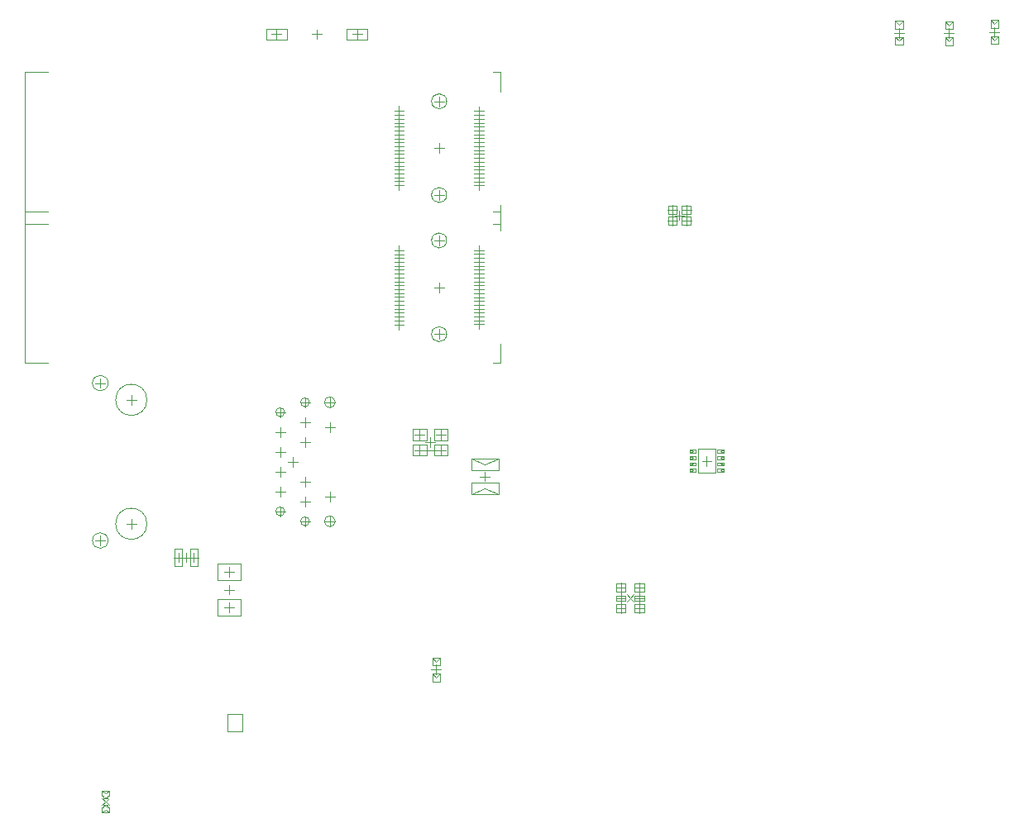
<source format=gbr>
%TF.GenerationSoftware,KiCad,Pcbnew,9.0.1*%
%TF.CreationDate,2025-05-15T18:24:47+02:00*%
%TF.ProjectId,Marble_Tiny,4d617262-6c65-45f5-9469-6e792e6b6963,rev?*%
%TF.SameCoordinates,Original*%
%TF.FileFunction,Other,Comment*%
%FSLAX46Y46*%
G04 Gerber Fmt 4.6, Leading zero omitted, Abs format (unit mm)*
G04 Created by KiCad (PCBNEW 9.0.1) date 2025-05-15 18:24:47*
%MOMM*%
%LPD*%
G01*
G04 APERTURE LIST*
%ADD10C,0.100000*%
%ADD11C,0.001000*%
%ADD12C,0.050000*%
G04 APERTURE END LIST*
D10*
%TO.C,Y6*%
X168800000Y-75400000D02*
X169300000Y-75400000D01*
X168800000Y-76500000D02*
X169300000Y-76500000D01*
X168850000Y-75000000D02*
X168850000Y-75800000D01*
X168850000Y-75000000D02*
X169750000Y-75000000D01*
X168850000Y-75800000D02*
X169750000Y-75800000D01*
X168850000Y-76100000D02*
X168850000Y-76900000D01*
X168850000Y-76100000D02*
X169750000Y-76100000D01*
X168850000Y-76900000D02*
X169750000Y-76900000D01*
X169300000Y-74900000D02*
X169300000Y-75400000D01*
X169300000Y-75400000D02*
X169300000Y-75900000D01*
X169300000Y-75400000D02*
X169800000Y-75400000D01*
X169300000Y-76000000D02*
X169300000Y-76500000D01*
X169300000Y-76500000D02*
X169300000Y-77000000D01*
X169300000Y-76500000D02*
X169800000Y-76500000D01*
X169500000Y-75950000D02*
X170000000Y-75950000D01*
X169750000Y-75000000D02*
X169750000Y-75800000D01*
X169750000Y-76100000D02*
X169750000Y-76900000D01*
X170000000Y-75450000D02*
X170000000Y-75950000D01*
X170000000Y-75950000D02*
X170000000Y-76450000D01*
X170000000Y-75950000D02*
X170500000Y-75950000D01*
X170200000Y-75400000D02*
X170700000Y-75400000D01*
X170200000Y-76500000D02*
X170700000Y-76500000D01*
X170250000Y-75000000D02*
X170250000Y-75800000D01*
X170250000Y-75000000D02*
X171150000Y-75000000D01*
X170250000Y-75800000D02*
X171150000Y-75800000D01*
X170250000Y-76100000D02*
X170250000Y-76900000D01*
X170250000Y-76100000D02*
X171150000Y-76100000D01*
X170250000Y-76900000D02*
X171150000Y-76900000D01*
X170700000Y-74900000D02*
X170700000Y-75400000D01*
X170700000Y-75400000D02*
X170700000Y-75900000D01*
X170700000Y-75400000D02*
X171200000Y-75400000D01*
X170700000Y-76000000D02*
X170700000Y-76500000D01*
X170700000Y-76500000D02*
X170700000Y-77000000D01*
X170700000Y-76500000D02*
X171200000Y-76500000D01*
X171150000Y-75000000D02*
X171150000Y-75800000D01*
X171150000Y-76100000D02*
X171150000Y-76900000D01*
%TO.C,LD1*%
X110850000Y-134900000D02*
X110850000Y-135400000D01*
X110850000Y-134900000D02*
X111250000Y-135150000D01*
X110850000Y-134900000D02*
X111650000Y-134900000D01*
X110850000Y-135400000D02*
X111075000Y-135400000D01*
X110850000Y-136650000D02*
X110850000Y-137150000D01*
X110850000Y-136650000D02*
X111075000Y-136650000D01*
X110850000Y-137150000D02*
X111650000Y-137150000D01*
X110896000Y-135671000D02*
X111250000Y-136025000D01*
X111075000Y-135400000D02*
X111075000Y-135700000D01*
X111075000Y-135700000D02*
X111425000Y-135700000D01*
X111075000Y-136350000D02*
X111075000Y-136650000D01*
X111075000Y-136350000D02*
X111250000Y-136500000D01*
X111075000Y-136350000D02*
X111425000Y-136350000D01*
X111250000Y-135550000D02*
X111075000Y-135700000D01*
X111250000Y-135550000D02*
X111425000Y-135700000D01*
X111250000Y-136025000D02*
X110896000Y-136379000D01*
X111250000Y-136025000D02*
X111604000Y-136379000D01*
X111250000Y-136900000D02*
X110850000Y-137150000D01*
X111250000Y-136900000D02*
X111650000Y-137150000D01*
X111425000Y-135400000D02*
X111425000Y-135700000D01*
X111425000Y-135400000D02*
X111650000Y-135400000D01*
X111425000Y-136350000D02*
X111250000Y-136500000D01*
X111425000Y-136350000D02*
X111425000Y-136650000D01*
X111425000Y-136650000D02*
X111650000Y-136650000D01*
X111604000Y-135671000D02*
X111250000Y-136025000D01*
X111650000Y-134900000D02*
X111250000Y-135150000D01*
X111650000Y-134900000D02*
X111650000Y-135400000D01*
X111650000Y-136650000D02*
X111650000Y-137150000D01*
D11*
%TO.C,D2*%
X123775000Y-128800000D02*
X123775000Y-127000000D01*
X125225000Y-127000000D02*
X123775000Y-127000000D01*
X125225000Y-128800000D02*
X123775000Y-128800000D01*
X125225000Y-128800000D02*
X125225000Y-127000000D01*
D10*
%TO.C,J1*%
X103000000Y-75551000D02*
X105400000Y-75551000D01*
X103000000Y-91099000D02*
X103000000Y-75551000D01*
X103000000Y-91099000D02*
X105400000Y-91099000D01*
X140800000Y-79930000D02*
X141300000Y-79930000D01*
X140800000Y-80730000D02*
X141300000Y-80730000D01*
X140800000Y-81530000D02*
X141300000Y-81530000D01*
X140800000Y-82330000D02*
X141300000Y-82330000D01*
X140800000Y-83130000D02*
X141300000Y-83130000D01*
X140800000Y-83930000D02*
X141300000Y-83930000D01*
X140800000Y-84730000D02*
X141300000Y-84730000D01*
X140800000Y-85530000D02*
X141300000Y-85530000D01*
X140800000Y-86330000D02*
X141300000Y-86330000D01*
X140800000Y-87130000D02*
X141300000Y-87130000D01*
X141300000Y-79930000D02*
X141800000Y-79930000D01*
X141300000Y-80730000D02*
X141800000Y-80730000D01*
X141300000Y-81530000D02*
X141800000Y-81530000D01*
X141300000Y-82330000D02*
X141800000Y-82330000D01*
X141300000Y-83130000D02*
X141800000Y-83130000D01*
X141300000Y-83930000D02*
X141800000Y-83930000D01*
X141300000Y-84730000D02*
X141800000Y-84730000D01*
X141300000Y-85530000D02*
X141800000Y-85530000D01*
X141300000Y-86330000D02*
X141800000Y-86330000D01*
X141300000Y-87130000D02*
X141800000Y-87130000D01*
X141300000Y-87630000D02*
X141300000Y-79430000D01*
X144900000Y-78530000D02*
X145400000Y-78530000D01*
X144900000Y-83325000D02*
X145400000Y-83325000D01*
X144900000Y-88130000D02*
X145400000Y-88130000D01*
X145400000Y-78530000D02*
X145400000Y-78030000D01*
X145400000Y-78530000D02*
X145900000Y-78530000D01*
X145400000Y-79030000D02*
X145400000Y-78530000D01*
X145400000Y-83325000D02*
X145400000Y-82825000D01*
X145400000Y-83325000D02*
X145900000Y-83325000D01*
X145400000Y-83825000D02*
X145400000Y-83325000D01*
X145400000Y-88130000D02*
X145400000Y-87630000D01*
X145400000Y-88130000D02*
X145900000Y-88130000D01*
X145400000Y-88630000D02*
X145400000Y-88130000D01*
X149000000Y-79530000D02*
X149500000Y-79530000D01*
X149000000Y-80330000D02*
X149500000Y-80330000D01*
X149000000Y-81130000D02*
X149500000Y-81130000D01*
X149000000Y-81930000D02*
X149500000Y-81930000D01*
X149000000Y-82730000D02*
X149500000Y-82730000D01*
X149000000Y-83530000D02*
X149500000Y-83530000D01*
X149000000Y-84330000D02*
X149500000Y-84330000D01*
X149000000Y-85130000D02*
X149500000Y-85130000D01*
X149000000Y-85930000D02*
X149500000Y-85930000D01*
X149000000Y-86730000D02*
X149500000Y-86730000D01*
X149500000Y-79530000D02*
X150000000Y-79530000D01*
X149500000Y-80330000D02*
X150000000Y-80330000D01*
X149500000Y-81130000D02*
X150000000Y-81130000D01*
X149500000Y-81930000D02*
X150000000Y-81930000D01*
X149500000Y-82730000D02*
X150000000Y-82730000D01*
X149500000Y-83530000D02*
X150000000Y-83530000D01*
X149500000Y-84330000D02*
X150000000Y-84330000D01*
X149500000Y-85130000D02*
X150000000Y-85130000D01*
X149500000Y-85930000D02*
X150000000Y-85930000D01*
X149500000Y-86730000D02*
X150000000Y-86730000D01*
X149500000Y-87230000D02*
X149500000Y-79030000D01*
X150900000Y-75551000D02*
X151700000Y-75551000D01*
X150900000Y-91099000D02*
X151700000Y-91099000D01*
X151700000Y-77548000D02*
X151700000Y-75551000D01*
X151700000Y-91099000D02*
X151700000Y-89102000D01*
X146175000Y-78530000D02*
G75*
G02*
X144625000Y-78530000I-775000J0D01*
G01*
X144625000Y-78530000D02*
G75*
G02*
X146175000Y-78530000I775000J0D01*
G01*
X146175000Y-88130000D02*
G75*
G02*
X144625000Y-88130000I-775000J0D01*
G01*
X144625000Y-88130000D02*
G75*
G02*
X146175000Y-88130000I775000J0D01*
G01*
%TO.C,LD2*%
X144700000Y-122075000D02*
X144700000Y-121275000D01*
X144700000Y-123725000D02*
X144700000Y-122925000D01*
X145100000Y-121675000D02*
X144700000Y-121275000D01*
X145100000Y-121675000D02*
X145500000Y-121275000D01*
X145100000Y-122500000D02*
X144600000Y-122500000D01*
X145100000Y-122500000D02*
X145100000Y-122000000D01*
X145100000Y-122925000D02*
X145100000Y-122075000D01*
X145100000Y-123000000D02*
X145100000Y-122500000D01*
X145100000Y-123325000D02*
X144700000Y-122925000D01*
X145100000Y-123325000D02*
X145500000Y-122925000D01*
X145500000Y-121275000D02*
X144700000Y-121275000D01*
X145500000Y-122075000D02*
X144700000Y-122075000D01*
X145500000Y-122075000D02*
X145500000Y-121275000D01*
X145500000Y-122925000D02*
X144700000Y-122925000D01*
X145500000Y-123725000D02*
X144700000Y-123725000D01*
X145500000Y-123725000D02*
X145500000Y-122925000D01*
X145600000Y-122500000D02*
X145100000Y-122500000D01*
%TO.C,L14*%
X118200000Y-111000000D02*
X118700000Y-111000000D01*
X118300000Y-110100000D02*
X119100000Y-110100000D01*
X118300000Y-111900000D02*
X118300000Y-110100000D01*
X118300000Y-111900000D02*
X119100000Y-111900000D01*
X118700000Y-111000000D02*
X118700000Y-110500000D01*
X118700000Y-111000000D02*
X119200000Y-111000000D01*
X118700000Y-111500000D02*
X118700000Y-111000000D01*
X119000000Y-111000000D02*
X119500000Y-111000000D01*
X119100000Y-111900000D02*
X119100000Y-110100000D01*
X119500000Y-111000000D02*
X119500000Y-110500000D01*
X119500000Y-111000000D02*
X120000000Y-111000000D01*
X119500000Y-111500000D02*
X119500000Y-111000000D01*
X119800000Y-111000000D02*
X120300000Y-111000000D01*
X119900000Y-110100000D02*
X120700000Y-110100000D01*
X119900000Y-111900000D02*
X119900000Y-110100000D01*
X119900000Y-111900000D02*
X120700000Y-111900000D01*
X120300000Y-111000000D02*
X120300000Y-110500000D01*
X120300000Y-111000000D02*
X120800000Y-111000000D01*
X120300000Y-111500000D02*
X120300000Y-111000000D01*
X120700000Y-111900000D02*
X120700000Y-110100000D01*
%TO.C,LD3*%
X197200000Y-56875000D02*
X197200000Y-56075000D01*
X197200000Y-58525000D02*
X197200000Y-57725000D01*
X197600000Y-56475000D02*
X197200000Y-56075000D01*
X197600000Y-56475000D02*
X198000000Y-56075000D01*
X197600000Y-57300000D02*
X197100000Y-57300000D01*
X197600000Y-57300000D02*
X197600000Y-56800000D01*
X197600000Y-57725000D02*
X197600000Y-56875000D01*
X197600000Y-57800000D02*
X197600000Y-57300000D01*
X197600000Y-58125000D02*
X197200000Y-57725000D01*
X197600000Y-58125000D02*
X198000000Y-57725000D01*
X198000000Y-56075000D02*
X197200000Y-56075000D01*
X198000000Y-56875000D02*
X197200000Y-56875000D01*
X198000000Y-56875000D02*
X198000000Y-56075000D01*
X198000000Y-57725000D02*
X197200000Y-57725000D01*
X198000000Y-58525000D02*
X197200000Y-58525000D01*
X198000000Y-58525000D02*
X198000000Y-57725000D01*
X198100000Y-57300000D02*
X197600000Y-57300000D01*
%TO.C,SW1*%
X127675000Y-56850000D02*
X129825000Y-56850000D01*
X127675000Y-57950000D02*
X127675000Y-56850000D01*
X127675000Y-57950000D02*
X129825000Y-57950000D01*
X128250000Y-57400000D02*
X128750000Y-57400000D01*
X128750000Y-56900000D02*
X128750000Y-57400000D01*
X128750000Y-57400000D02*
X129250000Y-57400000D01*
X128750000Y-57900000D02*
X128750000Y-57400000D01*
X129825000Y-57950000D02*
X129825000Y-56850000D01*
X132375000Y-57400000D02*
X132875000Y-57400000D01*
X132875000Y-57400000D02*
X132875000Y-56900000D01*
X132875000Y-57400000D02*
X133375000Y-57400000D01*
X132875000Y-57900000D02*
X132875000Y-57400000D01*
X135925000Y-56850000D02*
X138075000Y-56850000D01*
X135925000Y-57950000D02*
X135925000Y-56850000D01*
X135925000Y-57950000D02*
X138075000Y-57950000D01*
X136500000Y-57400000D02*
X137000000Y-57400000D01*
X137000000Y-57400000D02*
X137000000Y-56900000D01*
X137000000Y-57400000D02*
X137000000Y-57900000D01*
X137000000Y-57400000D02*
X137500000Y-57400000D01*
X138075000Y-57950000D02*
X138075000Y-56850000D01*
%TO.C,J3*%
X110715000Y-93135000D02*
X110215000Y-93135000D01*
X110715000Y-93135000D02*
X110715000Y-92635000D01*
X110715000Y-93635000D02*
X110715000Y-93135000D01*
X110715000Y-109265000D02*
X110215000Y-109265000D01*
X110715000Y-109265000D02*
X110715000Y-108765000D01*
X110715000Y-109765000D02*
X110715000Y-109265000D01*
X111215000Y-93135000D02*
X110715000Y-93135000D01*
X111215000Y-109265000D02*
X110715000Y-109265000D01*
X113890000Y-94850000D02*
X113390000Y-94850000D01*
X113890000Y-94850000D02*
X113890000Y-94350000D01*
X113890000Y-95350000D02*
X113890000Y-94850000D01*
X113890000Y-107550000D02*
X113390000Y-107550000D01*
X113890000Y-107550000D02*
X113890000Y-107050000D01*
X113890000Y-108050000D02*
X113890000Y-107550000D01*
X114390000Y-94850000D02*
X113890000Y-94850000D01*
X114390000Y-107550000D02*
X113890000Y-107550000D01*
X129130000Y-96120000D02*
X128630000Y-96120000D01*
X129130000Y-96120000D02*
X129130000Y-95620000D01*
X129130000Y-96620000D02*
X129130000Y-96120000D01*
X129130000Y-98152000D02*
X128630000Y-98152000D01*
X129130000Y-98152000D02*
X129130000Y-97652000D01*
X129130000Y-98652000D02*
X129130000Y-98152000D01*
X129130000Y-100184000D02*
X128630000Y-100184000D01*
X129130000Y-100184000D02*
X129130000Y-99684000D01*
X129130000Y-100684000D02*
X129130000Y-100184000D01*
X129130000Y-102216000D02*
X128630000Y-102216000D01*
X129130000Y-102216000D02*
X129130000Y-101716000D01*
X129130000Y-102716000D02*
X129130000Y-102216000D01*
X129130000Y-104248000D02*
X128630000Y-104248000D01*
X129130000Y-104248000D02*
X129130000Y-103748000D01*
X129130000Y-104748000D02*
X129130000Y-104248000D01*
X129130000Y-106280000D02*
X128630000Y-106280000D01*
X129130000Y-106280000D02*
X129130000Y-105780000D01*
X129130000Y-106780000D02*
X129130000Y-106280000D01*
X129630000Y-96120000D02*
X129130000Y-96120000D01*
X129630000Y-98152000D02*
X129130000Y-98152000D01*
X129630000Y-100184000D02*
X129130000Y-100184000D01*
X129630000Y-102216000D02*
X129130000Y-102216000D01*
X129630000Y-104248000D02*
X129130000Y-104248000D01*
X129630000Y-106280000D02*
X129130000Y-106280000D01*
X130400000Y-101200000D02*
X129900000Y-101200000D01*
X130400000Y-101200000D02*
X130400000Y-100700000D01*
X130400000Y-101700000D02*
X130400000Y-101200000D01*
X130900000Y-101200000D02*
X130400000Y-101200000D01*
X131670000Y-95104000D02*
X131170000Y-95104000D01*
X131670000Y-95104000D02*
X131670000Y-94604000D01*
X131670000Y-95604000D02*
X131670000Y-95104000D01*
X131670000Y-97136000D02*
X131170000Y-97136000D01*
X131670000Y-97136000D02*
X131670000Y-96636000D01*
X131670000Y-97636000D02*
X131670000Y-97136000D01*
X131670000Y-99168000D02*
X131170000Y-99168000D01*
X131670000Y-99168000D02*
X131670000Y-98668000D01*
X131670000Y-99668000D02*
X131670000Y-99168000D01*
X131670000Y-103232000D02*
X131170000Y-103232000D01*
X131670000Y-103232000D02*
X131670000Y-102732000D01*
X131670000Y-103732000D02*
X131670000Y-103232000D01*
X131670000Y-105264000D02*
X131170000Y-105264000D01*
X131670000Y-105264000D02*
X131670000Y-104764000D01*
X131670000Y-105764000D02*
X131670000Y-105264000D01*
X131670000Y-107296000D02*
X131170000Y-107296000D01*
X131670000Y-107296000D02*
X131670000Y-106796000D01*
X131670000Y-107796000D02*
X131670000Y-107296000D01*
X132170000Y-95104000D02*
X131670000Y-95104000D01*
X132170000Y-97136000D02*
X131670000Y-97136000D01*
X132170000Y-99168000D02*
X131670000Y-99168000D01*
X132170000Y-103232000D02*
X131670000Y-103232000D01*
X132170000Y-105264000D02*
X131670000Y-105264000D01*
X132170000Y-107296000D02*
X131670000Y-107296000D01*
X134210000Y-95104000D02*
X133710000Y-95104000D01*
X134210000Y-95104000D02*
X134210000Y-94604000D01*
X134210000Y-95604000D02*
X134210000Y-95104000D01*
X134210000Y-97644000D02*
X133710000Y-97644000D01*
X134210000Y-97644000D02*
X134210000Y-97144000D01*
X134210000Y-98144000D02*
X134210000Y-97644000D01*
X134210000Y-104756000D02*
X133710000Y-104756000D01*
X134210000Y-104756000D02*
X134210000Y-104256000D01*
X134210000Y-105256000D02*
X134210000Y-104756000D01*
X134210000Y-107296000D02*
X133710000Y-107296000D01*
X134210000Y-107296000D02*
X134210000Y-106796000D01*
X134210000Y-107796000D02*
X134210000Y-107296000D01*
X134710000Y-95104000D02*
X134210000Y-95104000D01*
X134710000Y-97644000D02*
X134210000Y-97644000D01*
X134710000Y-104756000D02*
X134210000Y-104756000D01*
X134710000Y-107296000D02*
X134210000Y-107296000D01*
X111515000Y-93135000D02*
G75*
G02*
X109915000Y-93135000I-800000J0D01*
G01*
X109915000Y-93135000D02*
G75*
G02*
X111515000Y-93135000I800000J0D01*
G01*
X111515000Y-109265000D02*
G75*
G02*
X109915000Y-109265000I-800000J0D01*
G01*
X109915000Y-109265000D02*
G75*
G02*
X111515000Y-109265000I800000J0D01*
G01*
X115490000Y-94850000D02*
G75*
G02*
X112290000Y-94850000I-1600000J0D01*
G01*
X112290000Y-94850000D02*
G75*
G02*
X115490000Y-94850000I1600000J0D01*
G01*
X115490000Y-107550000D02*
G75*
G02*
X112290000Y-107550000I-1600000J0D01*
G01*
X112290000Y-107550000D02*
G75*
G02*
X115490000Y-107550000I1600000J0D01*
G01*
X129580000Y-96120000D02*
G75*
G02*
X128680000Y-96120000I-450000J0D01*
G01*
X128680000Y-96120000D02*
G75*
G02*
X129580000Y-96120000I450000J0D01*
G01*
X129580000Y-106280000D02*
G75*
G02*
X128680000Y-106280000I-450000J0D01*
G01*
X128680000Y-106280000D02*
G75*
G02*
X129580000Y-106280000I450000J0D01*
G01*
X132120000Y-95104000D02*
G75*
G02*
X131220000Y-95104000I-450000J0D01*
G01*
X131220000Y-95104000D02*
G75*
G02*
X132120000Y-95104000I450000J0D01*
G01*
X132120000Y-107296000D02*
G75*
G02*
X131220000Y-107296000I-450000J0D01*
G01*
X131220000Y-107296000D02*
G75*
G02*
X132120000Y-107296000I450000J0D01*
G01*
X134760000Y-95104000D02*
G75*
G02*
X133660000Y-95104000I-550000J0D01*
G01*
X133660000Y-95104000D02*
G75*
G02*
X134760000Y-95104000I550000J0D01*
G01*
X134760000Y-107296000D02*
G75*
G02*
X133660000Y-107296000I-550000J0D01*
G01*
X133660000Y-107296000D02*
G75*
G02*
X134760000Y-107296000I550000J0D01*
G01*
D12*
%TO.C,U23*%
X171100000Y-99975000D02*
X171100000Y-100275000D01*
X171100000Y-100625000D02*
X171100000Y-100925000D01*
X171100000Y-101275000D02*
X171100000Y-101575000D01*
X171100000Y-101925000D02*
X171100000Y-102225000D01*
X171400000Y-100125000D02*
X171100000Y-99975000D01*
X171400000Y-100125000D02*
X171100000Y-100275000D01*
X171400000Y-100775000D02*
X171100000Y-100625000D01*
X171400000Y-100775000D02*
X171100000Y-100925000D01*
X171400000Y-101425000D02*
X171100000Y-101275000D01*
X171400000Y-101425000D02*
X171100000Y-101575000D01*
X171400000Y-102075000D02*
X171100000Y-101925000D01*
X171400000Y-102075000D02*
X171100000Y-102225000D01*
X171700000Y-99975000D02*
X171100000Y-99975000D01*
X171700000Y-99975000D02*
X171700000Y-100275000D01*
X171700000Y-100275000D02*
X171100000Y-100275000D01*
X171700000Y-100625000D02*
X171100000Y-100625000D01*
X171700000Y-100625000D02*
X171700000Y-100925000D01*
X171700000Y-100925000D02*
X171100000Y-100925000D01*
X171700000Y-101275000D02*
X171100000Y-101275000D01*
X171700000Y-101275000D02*
X171700000Y-101575000D01*
X171700000Y-101575000D02*
X171100000Y-101575000D01*
X171700000Y-101925000D02*
X171100000Y-101925000D01*
X171700000Y-101925000D02*
X171700000Y-102225000D01*
X171700000Y-102225000D02*
X171100000Y-102225000D01*
X171950000Y-99875000D02*
X171950000Y-102325000D01*
X172800000Y-100600000D02*
X172800000Y-101100000D01*
X172800000Y-101100000D02*
X172300000Y-101100000D01*
X172800000Y-101100000D02*
X172800000Y-101600000D01*
X173300000Y-101100000D02*
X172800000Y-101100000D01*
X173650000Y-99875000D02*
X171950000Y-99875000D01*
X173650000Y-99875000D02*
X173650000Y-102325000D01*
X173650000Y-102325000D02*
X171950000Y-102325000D01*
X173900000Y-99975000D02*
X173900000Y-100275000D01*
X173900000Y-100625000D02*
X173900000Y-100925000D01*
X173900000Y-101275000D02*
X173900000Y-101575000D01*
X173900000Y-101925000D02*
X173900000Y-102225000D01*
X174500000Y-99975000D02*
X173900000Y-99975000D01*
X174500000Y-99975000D02*
X174200000Y-100125000D01*
X174500000Y-99975000D02*
X174500000Y-100275000D01*
X174500000Y-100275000D02*
X173900000Y-100275000D01*
X174500000Y-100275000D02*
X174200000Y-100125000D01*
X174500000Y-100625000D02*
X173900000Y-100625000D01*
X174500000Y-100625000D02*
X174200000Y-100775000D01*
X174500000Y-100625000D02*
X174500000Y-100925000D01*
X174500000Y-100925000D02*
X173900000Y-100925000D01*
X174500000Y-100925000D02*
X174200000Y-100775000D01*
X174500000Y-101275000D02*
X173900000Y-101275000D01*
X174500000Y-101275000D02*
X174200000Y-101425000D01*
X174500000Y-101275000D02*
X174500000Y-101575000D01*
X174500000Y-101575000D02*
X173900000Y-101575000D01*
X174500000Y-101575000D02*
X174200000Y-101425000D01*
X174500000Y-101925000D02*
X173900000Y-101925000D01*
X174500000Y-101925000D02*
X174200000Y-102075000D01*
X174500000Y-101925000D02*
X174500000Y-102225000D01*
X174500000Y-102225000D02*
X173900000Y-102225000D01*
X174500000Y-102225000D02*
X174200000Y-102075000D01*
D10*
%TO.C,Y4*%
X142700000Y-97825000D02*
X142700000Y-98975000D01*
X142700000Y-97825000D02*
X144100000Y-97825000D01*
X142700000Y-98975000D02*
X144100000Y-98975000D01*
X142700000Y-99425000D02*
X142700000Y-100575000D01*
X142700000Y-99425000D02*
X144100000Y-99425000D01*
X142700000Y-100575000D02*
X144100000Y-100575000D01*
X142900000Y-98400000D02*
X143400000Y-98400000D01*
X142900000Y-100000000D02*
X143400000Y-100000000D01*
X143400000Y-97900000D02*
X143400000Y-98400000D01*
X143400000Y-98400000D02*
X143400000Y-98900000D01*
X143400000Y-98400000D02*
X143900000Y-98400000D01*
X143400000Y-99500000D02*
X143400000Y-100000000D01*
X143400000Y-100000000D02*
X143400000Y-100500000D01*
X143400000Y-100000000D02*
X143900000Y-100000000D01*
X143400000Y-100000000D02*
X145600000Y-100000000D01*
X144000000Y-99200000D02*
X144500000Y-99200000D01*
X144100000Y-97825000D02*
X144100000Y-98975000D01*
X144100000Y-99425000D02*
X144100000Y-100575000D01*
X144500000Y-98700000D02*
X144500000Y-99200000D01*
X144500000Y-99200000D02*
X144500000Y-99700000D01*
X144500000Y-99200000D02*
X145000000Y-99200000D01*
X144900000Y-97825000D02*
X144900000Y-98975000D01*
X144900000Y-97825000D02*
X146300000Y-97825000D01*
X144900000Y-98975000D02*
X146300000Y-98975000D01*
X144900000Y-99425000D02*
X144900000Y-100575000D01*
X144900000Y-99425000D02*
X146300000Y-99425000D01*
X144900000Y-100575000D02*
X146300000Y-100575000D01*
X145100000Y-98400000D02*
X145600000Y-98400000D01*
X145100000Y-100000000D02*
X145600000Y-100000000D01*
X145430000Y-98450000D02*
X145930000Y-98450000D01*
X145600000Y-97900000D02*
X145600000Y-98400000D01*
X145600000Y-98400000D02*
X145600000Y-98900000D01*
X145600000Y-98400000D02*
X146100000Y-98400000D01*
X145600000Y-99500000D02*
X145600000Y-100000000D01*
X145600000Y-100000000D02*
X145600000Y-100500000D01*
X145600000Y-100000000D02*
X146100000Y-100000000D01*
X146300000Y-97825000D02*
X146300000Y-98975000D01*
X146300000Y-99425000D02*
X146300000Y-100575000D01*
D12*
%TO.C,L1*%
X148700000Y-102100000D02*
X148700000Y-100850000D01*
X148700000Y-104550000D02*
X148700000Y-103300000D01*
X148700000Y-104550000D02*
X150100000Y-103925000D01*
X150100000Y-101475000D02*
X148700000Y-100850000D01*
X150100000Y-101475000D02*
X151500000Y-100850000D01*
X150100000Y-102700000D02*
X149600000Y-102700000D01*
X150100000Y-102700000D02*
X150100000Y-102200000D01*
X150100000Y-103200000D02*
X150100000Y-102700000D01*
X150600000Y-102700000D02*
X150100000Y-102700000D01*
X151500000Y-100850000D02*
X148700000Y-100850000D01*
X151500000Y-102100000D02*
X148700000Y-102100000D01*
X151500000Y-102100000D02*
X151500000Y-100850000D01*
X151500000Y-103300000D02*
X148700000Y-103300000D01*
X151500000Y-104550000D02*
X148700000Y-104550000D01*
X151500000Y-104550000D02*
X150100000Y-103925000D01*
X151500000Y-104550000D02*
X151500000Y-103300000D01*
D10*
%TO.C,LD5*%
X192100000Y-56825000D02*
X192100000Y-56025000D01*
X192100000Y-58475000D02*
X192100000Y-57675000D01*
X192500000Y-56425000D02*
X192100000Y-56025000D01*
X192500000Y-56425000D02*
X192900000Y-56025000D01*
X192500000Y-57250000D02*
X192000000Y-57250000D01*
X192500000Y-57250000D02*
X192500000Y-56750000D01*
X192500000Y-57675000D02*
X192500000Y-56825000D01*
X192500000Y-57750000D02*
X192500000Y-57250000D01*
X192500000Y-58075000D02*
X192100000Y-57675000D01*
X192500000Y-58075000D02*
X192900000Y-57675000D01*
X192900000Y-56025000D02*
X192100000Y-56025000D01*
X192900000Y-56825000D02*
X192100000Y-56825000D01*
X192900000Y-56825000D02*
X192900000Y-56025000D01*
X192900000Y-57675000D02*
X192100000Y-57675000D01*
X192900000Y-58475000D02*
X192100000Y-58475000D01*
X192900000Y-58475000D02*
X192900000Y-57675000D01*
X193000000Y-57250000D02*
X192500000Y-57250000D01*
%TO.C,LD4*%
X201850000Y-56760000D02*
X201850000Y-55960000D01*
X201850000Y-58410000D02*
X201850000Y-57610000D01*
X202250000Y-56360000D02*
X201850000Y-55960000D01*
X202250000Y-56360000D02*
X202650000Y-55960000D01*
X202250000Y-57185000D02*
X201750000Y-57185000D01*
X202250000Y-57185000D02*
X202250000Y-56685000D01*
X202250000Y-57610000D02*
X202250000Y-56760000D01*
X202250000Y-57685000D02*
X202250000Y-57185000D01*
X202250000Y-58010000D02*
X201850000Y-57610000D01*
X202250000Y-58010000D02*
X202650000Y-57610000D01*
X202650000Y-55960000D02*
X201850000Y-55960000D01*
X202650000Y-56760000D02*
X201850000Y-56760000D01*
X202650000Y-56760000D02*
X202650000Y-55960000D01*
X202650000Y-57610000D02*
X201850000Y-57610000D01*
X202650000Y-58410000D02*
X201850000Y-58410000D01*
X202650000Y-58410000D02*
X202650000Y-57610000D01*
X202750000Y-57185000D02*
X202250000Y-57185000D01*
%TO.C,J12*%
X140800000Y-65675000D02*
X141300000Y-65675000D01*
X140800000Y-66475000D02*
X141300000Y-66475000D01*
X140800000Y-67275000D02*
X141300000Y-67275000D01*
X140800000Y-68075000D02*
X141300000Y-68075000D01*
X140800000Y-68875000D02*
X141300000Y-68875000D01*
X140800000Y-69675000D02*
X141300000Y-69675000D01*
X140800000Y-70475000D02*
X141300000Y-70475000D01*
X140800000Y-71275000D02*
X141300000Y-71275000D01*
X140800000Y-72075000D02*
X141300000Y-72075000D01*
X140800000Y-72875000D02*
X141300000Y-72875000D01*
X141300000Y-65675000D02*
X141800000Y-65675000D01*
X141300000Y-66475000D02*
X141800000Y-66475000D01*
X141300000Y-67275000D02*
X141800000Y-67275000D01*
X141300000Y-68075000D02*
X141800000Y-68075000D01*
X141300000Y-68875000D02*
X141800000Y-68875000D01*
X141300000Y-69675000D02*
X141800000Y-69675000D01*
X141300000Y-70475000D02*
X141800000Y-70475000D01*
X141300000Y-71275000D02*
X141800000Y-71275000D01*
X141300000Y-72075000D02*
X141800000Y-72075000D01*
X141300000Y-72875000D02*
X141800000Y-72875000D01*
X141300000Y-73375000D02*
X141300000Y-65175000D01*
X144900000Y-64275000D02*
X145400000Y-64275000D01*
X144900000Y-69070000D02*
X145400000Y-69070000D01*
X144900000Y-73875000D02*
X145400000Y-73875000D01*
X145400000Y-64275000D02*
X145400000Y-63775000D01*
X145400000Y-64275000D02*
X145900000Y-64275000D01*
X145400000Y-64775000D02*
X145400000Y-64275000D01*
X145400000Y-69070000D02*
X145400000Y-68570000D01*
X145400000Y-69070000D02*
X145900000Y-69070000D01*
X145400000Y-69570000D02*
X145400000Y-69070000D01*
X145400000Y-73875000D02*
X145400000Y-73375000D01*
X145400000Y-73875000D02*
X145900000Y-73875000D01*
X145400000Y-74375000D02*
X145400000Y-73875000D01*
X149000000Y-65275000D02*
X149500000Y-65275000D01*
X149000000Y-66075000D02*
X149500000Y-66075000D01*
X149000000Y-66875000D02*
X149500000Y-66875000D01*
X149000000Y-67675000D02*
X149500000Y-67675000D01*
X149000000Y-68475000D02*
X149500000Y-68475000D01*
X149000000Y-69275000D02*
X149500000Y-69275000D01*
X149000000Y-70075000D02*
X149500000Y-70075000D01*
X149000000Y-70875000D02*
X149500000Y-70875000D01*
X149000000Y-71675000D02*
X149500000Y-71675000D01*
X149000000Y-72475000D02*
X149500000Y-72475000D01*
X149500000Y-65275000D02*
X150000000Y-65275000D01*
X149500000Y-66075000D02*
X150000000Y-66075000D01*
X149500000Y-66875000D02*
X150000000Y-66875000D01*
X149500000Y-67675000D02*
X150000000Y-67675000D01*
X149500000Y-68475000D02*
X150000000Y-68475000D01*
X149500000Y-69275000D02*
X150000000Y-69275000D01*
X149500000Y-70075000D02*
X150000000Y-70075000D01*
X149500000Y-70875000D02*
X150000000Y-70875000D01*
X149500000Y-71675000D02*
X150000000Y-71675000D01*
X149500000Y-72475000D02*
X150000000Y-72475000D01*
X149500000Y-72975000D02*
X149500000Y-64775000D01*
X146175000Y-64275000D02*
G75*
G02*
X144625000Y-64275000I-775000J0D01*
G01*
X144625000Y-64275000D02*
G75*
G02*
X146175000Y-64275000I775000J0D01*
G01*
X146175000Y-73875000D02*
G75*
G02*
X144625000Y-73875000I-775000J0D01*
G01*
X144625000Y-73875000D02*
G75*
G02*
X146175000Y-73875000I775000J0D01*
G01*
%TO.C,Y5*%
X122700000Y-111600000D02*
X125100000Y-111600000D01*
X122700000Y-113300000D02*
X122700000Y-111600000D01*
X122700000Y-113300000D02*
X125100000Y-113300000D01*
X122700000Y-115300000D02*
X125100000Y-115300000D01*
X122700000Y-117000000D02*
X122700000Y-115300000D01*
X122700000Y-117000000D02*
X125100000Y-117000000D01*
X123400000Y-112450000D02*
X123900000Y-112450000D01*
X123400000Y-114300000D02*
X123900000Y-114300000D01*
X123400000Y-116150000D02*
X123900000Y-116150000D01*
X123900000Y-112450000D02*
X123900000Y-111950000D01*
X123900000Y-112450000D02*
X124400000Y-112450000D01*
X123900000Y-112950000D02*
X123900000Y-112450000D01*
X123900000Y-114300000D02*
X123900000Y-113800000D01*
X123900000Y-114300000D02*
X124400000Y-114300000D01*
X123900000Y-114800000D02*
X123900000Y-114300000D01*
X123900000Y-116150000D02*
X123900000Y-115650000D01*
X123900000Y-116150000D02*
X124400000Y-116150000D01*
X123900000Y-116650000D02*
X123900000Y-116150000D01*
X125100000Y-113300000D02*
X125100000Y-111600000D01*
X125100000Y-117000000D02*
X125100000Y-115300000D01*
%TO.C,J11*%
X103000000Y-61296000D02*
X103000000Y-76844000D01*
X103000000Y-61296000D02*
X105400000Y-61296000D01*
X103000000Y-76844000D02*
X105400000Y-76844000D01*
X140800000Y-65265000D02*
X141300000Y-65265000D01*
X140800000Y-66065000D02*
X141300000Y-66065000D01*
X140800000Y-66865000D02*
X141300000Y-66865000D01*
X140800000Y-67665000D02*
X141300000Y-67665000D01*
X140800000Y-68465000D02*
X141300000Y-68465000D01*
X140800000Y-69265000D02*
X141300000Y-69265000D01*
X140800000Y-70065000D02*
X141300000Y-70065000D01*
X140800000Y-70865000D02*
X141300000Y-70865000D01*
X140800000Y-71665000D02*
X141300000Y-71665000D01*
X140800000Y-72465000D02*
X141300000Y-72465000D01*
X141300000Y-64765000D02*
X141300000Y-72965000D01*
X141300000Y-65265000D02*
X141800000Y-65265000D01*
X141300000Y-66065000D02*
X141800000Y-66065000D01*
X141300000Y-66865000D02*
X141800000Y-66865000D01*
X141300000Y-67665000D02*
X141800000Y-67665000D01*
X141300000Y-68465000D02*
X141800000Y-68465000D01*
X141300000Y-69265000D02*
X141800000Y-69265000D01*
X141300000Y-70065000D02*
X141800000Y-70065000D01*
X141300000Y-70865000D02*
X141800000Y-70865000D01*
X141300000Y-71665000D02*
X141800000Y-71665000D01*
X141300000Y-72465000D02*
X141800000Y-72465000D01*
X144900000Y-64265000D02*
X145400000Y-64265000D01*
X144900000Y-69070000D02*
X145400000Y-69070000D01*
X144900000Y-73865000D02*
X145400000Y-73865000D01*
X145400000Y-63765000D02*
X145400000Y-64265000D01*
X145400000Y-64265000D02*
X145400000Y-64765000D01*
X145400000Y-64265000D02*
X145900000Y-64265000D01*
X145400000Y-68570000D02*
X145400000Y-69070000D01*
X145400000Y-69070000D02*
X145400000Y-69570000D01*
X145400000Y-69070000D02*
X145900000Y-69070000D01*
X145400000Y-73365000D02*
X145400000Y-73865000D01*
X145400000Y-73865000D02*
X145400000Y-74365000D01*
X145400000Y-73865000D02*
X145900000Y-73865000D01*
X149000000Y-65665000D02*
X149500000Y-65665000D01*
X149000000Y-66465000D02*
X149500000Y-66465000D01*
X149000000Y-67265000D02*
X149500000Y-67265000D01*
X149000000Y-68065000D02*
X149500000Y-68065000D01*
X149000000Y-68865000D02*
X149500000Y-68865000D01*
X149000000Y-69665000D02*
X149500000Y-69665000D01*
X149000000Y-70465000D02*
X149500000Y-70465000D01*
X149000000Y-71265000D02*
X149500000Y-71265000D01*
X149000000Y-72065000D02*
X149500000Y-72065000D01*
X149000000Y-72865000D02*
X149500000Y-72865000D01*
X149500000Y-65165000D02*
X149500000Y-73365000D01*
X149500000Y-65665000D02*
X150000000Y-65665000D01*
X149500000Y-66465000D02*
X150000000Y-66465000D01*
X149500000Y-67265000D02*
X150000000Y-67265000D01*
X149500000Y-68065000D02*
X150000000Y-68065000D01*
X149500000Y-68865000D02*
X150000000Y-68865000D01*
X149500000Y-69665000D02*
X150000000Y-69665000D01*
X149500000Y-70465000D02*
X150000000Y-70465000D01*
X149500000Y-71265000D02*
X150000000Y-71265000D01*
X149500000Y-72065000D02*
X150000000Y-72065000D01*
X149500000Y-72865000D02*
X150000000Y-72865000D01*
X150900000Y-61296000D02*
X151700000Y-61296000D01*
X150900000Y-76844000D02*
X151700000Y-76844000D01*
X151700000Y-61296000D02*
X151700000Y-63293000D01*
X151700000Y-74847000D02*
X151700000Y-76844000D01*
X146175000Y-64265000D02*
G75*
G02*
X144625000Y-64265000I-775000J0D01*
G01*
X144625000Y-64265000D02*
G75*
G02*
X146175000Y-64265000I775000J0D01*
G01*
X146175000Y-73865000D02*
G75*
G02*
X144625000Y-73865000I-775000J0D01*
G01*
X144625000Y-73865000D02*
G75*
G02*
X146175000Y-73865000I775000J0D01*
G01*
%TO.C,Y1*%
X163500000Y-114550000D02*
X163500000Y-113650000D01*
X163500000Y-115400000D02*
X163500000Y-114900000D01*
X163500000Y-116650000D02*
X163500000Y-115750000D01*
X164000000Y-114100000D02*
X163500000Y-114100000D01*
X164000000Y-114100000D02*
X164000000Y-113600000D01*
X164000000Y-114600000D02*
X164000000Y-114100000D01*
X164000000Y-115150000D02*
X163500000Y-115150000D01*
X164000000Y-115150000D02*
X164000000Y-114650000D01*
X164000000Y-115650000D02*
X164000000Y-115150000D01*
X164000000Y-116200000D02*
X163500000Y-116200000D01*
X164000000Y-116200000D02*
X164000000Y-115700000D01*
X164000000Y-116700000D02*
X164000000Y-116200000D01*
X164500000Y-113650000D02*
X163500000Y-113650000D01*
X164500000Y-114100000D02*
X164000000Y-114100000D01*
X164500000Y-114550000D02*
X163500000Y-114550000D01*
X164500000Y-114550000D02*
X164500000Y-113650000D01*
X164500000Y-114900000D02*
X163500000Y-114900000D01*
X164500000Y-115150000D02*
X164000000Y-115150000D01*
X164500000Y-115400000D02*
X163500000Y-115400000D01*
X164500000Y-115400000D02*
X164500000Y-114900000D01*
X164500000Y-115750000D02*
X163500000Y-115750000D01*
X164500000Y-116200000D02*
X164000000Y-116200000D01*
X164500000Y-116650000D02*
X163500000Y-116650000D01*
X164500000Y-116650000D02*
X164500000Y-115750000D01*
X164950000Y-115150000D02*
X164596000Y-114796000D01*
X164950000Y-115150000D02*
X164596000Y-115504000D01*
X165304000Y-114796000D02*
X164950000Y-115150000D01*
X165304000Y-115504000D02*
X164950000Y-115150000D01*
X165400000Y-114550000D02*
X165400000Y-113650000D01*
X165400000Y-115400000D02*
X165400000Y-114900000D01*
X165400000Y-116650000D02*
X165400000Y-115750000D01*
X165900000Y-114100000D02*
X165400000Y-114100000D01*
X165900000Y-114100000D02*
X165900000Y-113600000D01*
X165900000Y-114600000D02*
X165900000Y-114100000D01*
X165900000Y-115150000D02*
X165400000Y-115150000D01*
X165900000Y-115150000D02*
X165900000Y-114650000D01*
X165900000Y-115650000D02*
X165900000Y-115150000D01*
X165900000Y-116200000D02*
X165400000Y-116200000D01*
X165900000Y-116200000D02*
X165900000Y-115700000D01*
X165900000Y-116700000D02*
X165900000Y-116200000D01*
X166400000Y-113650000D02*
X165400000Y-113650000D01*
X166400000Y-114100000D02*
X165900000Y-114100000D01*
X166400000Y-114550000D02*
X165400000Y-114550000D01*
X166400000Y-114550000D02*
X166400000Y-113650000D01*
X166400000Y-114900000D02*
X165400000Y-114900000D01*
X166400000Y-115150000D02*
X165900000Y-115150000D01*
X166400000Y-115400000D02*
X165400000Y-115400000D01*
X166400000Y-115400000D02*
X166400000Y-114900000D01*
X166400000Y-115750000D02*
X165400000Y-115750000D01*
X166400000Y-116200000D02*
X165900000Y-116200000D01*
X166400000Y-116650000D02*
X165400000Y-116650000D01*
X166400000Y-116650000D02*
X166400000Y-115750000D01*
%TO.C,J13*%
X140800000Y-79520000D02*
X141300000Y-79520000D01*
X140800000Y-80320000D02*
X141300000Y-80320000D01*
X140800000Y-81120000D02*
X141300000Y-81120000D01*
X140800000Y-81920000D02*
X141300000Y-81920000D01*
X140800000Y-82720000D02*
X141300000Y-82720000D01*
X140800000Y-83520000D02*
X141300000Y-83520000D01*
X140800000Y-84320000D02*
X141300000Y-84320000D01*
X140800000Y-85120000D02*
X141300000Y-85120000D01*
X140800000Y-85920000D02*
X141300000Y-85920000D01*
X140800000Y-86720000D02*
X141300000Y-86720000D01*
X141300000Y-79020000D02*
X141300000Y-87220000D01*
X141300000Y-79520000D02*
X141800000Y-79520000D01*
X141300000Y-80320000D02*
X141800000Y-80320000D01*
X141300000Y-81120000D02*
X141800000Y-81120000D01*
X141300000Y-81920000D02*
X141800000Y-81920000D01*
X141300000Y-82720000D02*
X141800000Y-82720000D01*
X141300000Y-83520000D02*
X141800000Y-83520000D01*
X141300000Y-84320000D02*
X141800000Y-84320000D01*
X141300000Y-85120000D02*
X141800000Y-85120000D01*
X141300000Y-85920000D02*
X141800000Y-85920000D01*
X141300000Y-86720000D02*
X141800000Y-86720000D01*
X144900000Y-78520000D02*
X145400000Y-78520000D01*
X144900000Y-83325000D02*
X145400000Y-83325000D01*
X144900000Y-88120000D02*
X145400000Y-88120000D01*
X145400000Y-78020000D02*
X145400000Y-78520000D01*
X145400000Y-78520000D02*
X145400000Y-79020000D01*
X145400000Y-78520000D02*
X145900000Y-78520000D01*
X145400000Y-82825000D02*
X145400000Y-83325000D01*
X145400000Y-83325000D02*
X145400000Y-83825000D01*
X145400000Y-83325000D02*
X145900000Y-83325000D01*
X145400000Y-87620000D02*
X145400000Y-88120000D01*
X145400000Y-88120000D02*
X145400000Y-88620000D01*
X145400000Y-88120000D02*
X145900000Y-88120000D01*
X149000000Y-79920000D02*
X149500000Y-79920000D01*
X149000000Y-80720000D02*
X149500000Y-80720000D01*
X149000000Y-81520000D02*
X149500000Y-81520000D01*
X149000000Y-82320000D02*
X149500000Y-82320000D01*
X149000000Y-83120000D02*
X149500000Y-83120000D01*
X149000000Y-83920000D02*
X149500000Y-83920000D01*
X149000000Y-84720000D02*
X149500000Y-84720000D01*
X149000000Y-85520000D02*
X149500000Y-85520000D01*
X149000000Y-86320000D02*
X149500000Y-86320000D01*
X149000000Y-87120000D02*
X149500000Y-87120000D01*
X149500000Y-79420000D02*
X149500000Y-87620000D01*
X149500000Y-79920000D02*
X150000000Y-79920000D01*
X149500000Y-80720000D02*
X150000000Y-80720000D01*
X149500000Y-81520000D02*
X150000000Y-81520000D01*
X149500000Y-82320000D02*
X150000000Y-82320000D01*
X149500000Y-83120000D02*
X150000000Y-83120000D01*
X149500000Y-83920000D02*
X150000000Y-83920000D01*
X149500000Y-84720000D02*
X150000000Y-84720000D01*
X149500000Y-85520000D02*
X150000000Y-85520000D01*
X149500000Y-86320000D02*
X150000000Y-86320000D01*
X149500000Y-87120000D02*
X150000000Y-87120000D01*
X146175000Y-78520000D02*
G75*
G02*
X144625000Y-78520000I-775000J0D01*
G01*
X144625000Y-78520000D02*
G75*
G02*
X146175000Y-78520000I775000J0D01*
G01*
X146175000Y-88120000D02*
G75*
G02*
X144625000Y-88120000I-775000J0D01*
G01*
X144625000Y-88120000D02*
G75*
G02*
X146175000Y-88120000I775000J0D01*
G01*
%TD*%
M02*

</source>
